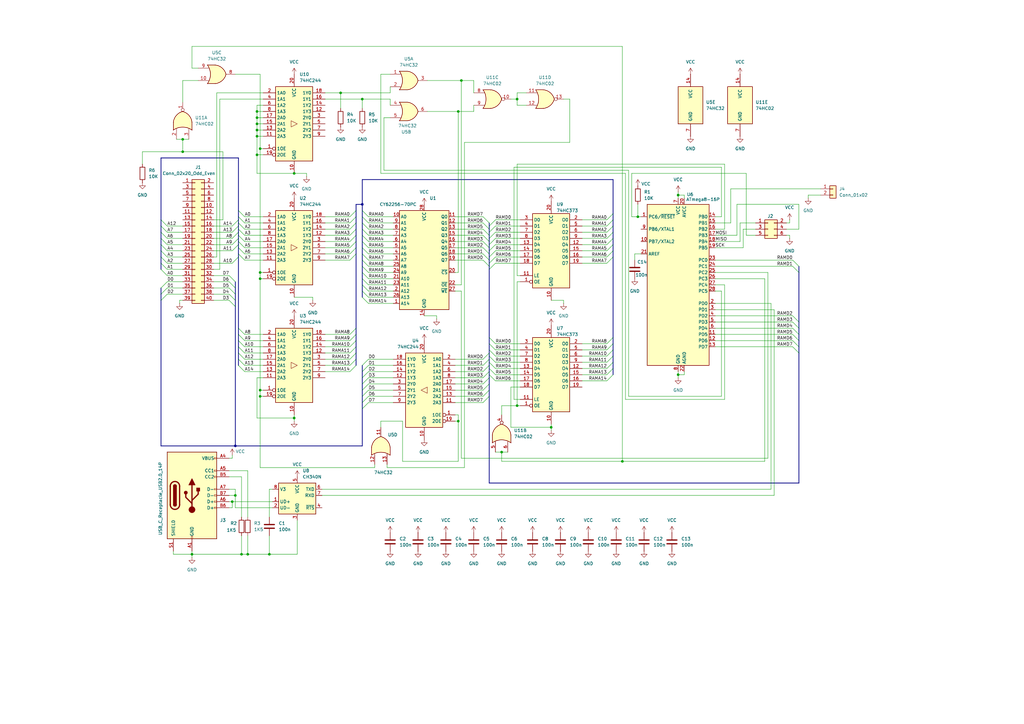
<source format=kicad_sch>
(kicad_sch (version 20231120) (generator "eeschema") (generator_version "8.0")
  (paper "A3")
  (junction (at 105.41 53.34))
  (junction (at 139.7 38.1))
  (junction (at 278.13 80.01))
  (junction (at 189.23 33.02))
  (junction (at 120.65 171.45))
  (junction (at 106.68 160.02))
  (junction (at 110.49 227.33))
  (junction (at 106.68 111.76))
  (junction (at 74.93 57.15))
  (junction (at 187.96 172.72))
  (junction (at 105.41 48.26))
  (junction (at 261.62 88.9))
  (junction (at 105.41 45.72))
  (junction (at 78.74 227.33))
  (junction (at 212.09 40.64))
  (junction (at 120.65 71.12))
  (junction (at 148.59 40.64))
  (junction (at 226.06 175.26))
  (junction (at 105.41 63.5))
  (junction (at 187.96 45.72))
  (junction (at 205.74 185.42))
  (junction (at 95.25 205.74))
  (junction (at 105.41 55.88))
  (junction (at 148.59 83.82))
  (junction (at 105.41 50.8))
  (junction (at 255.27 189.23))
  (junction (at 278.13 153.67))
  (junction (at 106.68 60.96))
  (junction (at 96.52 203.2))
  (junction (at 96.52 182.88))
  (junction (at 101.6 227.33))
  (junction (at 106.68 114.3))
  (junction (at 106.68 162.56))
  (junction (at 99.06 227.33))
  (junction (at 74.93 62.23))
  (junction (at 212.09 166.37))
  (bus_entry (at 146.05 93.98) (size -2.54 2.54))
  (bus_entry (at 200.66 162.56) (size -2.54 2.54))
  (bus_entry (at 148.59 109.22) (size 2.54 2.54))
  (bus_entry (at 148.59 157.48) (size 2.54 -2.54))
  (bus_entry (at 200.66 105.41) (size 2.54 -2.54))
  (bus_entry (at 148.59 152.4) (size 2.54 -2.54))
  (bus_entry (at 146.05 142.24) (size -2.54 2.54))
  (bus_entry (at 148.59 91.44) (size 2.54 2.54))
  (bus_entry (at 148.59 121.92) (size 2.54 2.54))
  (bus_entry (at 200.66 109.22) (size -2.54 -2.54))
  (bus_entry (at 146.05 144.78) (size -2.54 2.54))
  (bus_entry (at 251.46 153.67) (size -2.54 2.54))
  (bus_entry (at 97.79 105.41) (size -2.54 2.54))
  (bus_entry (at 96.52 115.57) (size -2.54 -2.54))
  (bus_entry (at 97.79 96.52) (size 2.54 2.54))
  (bus_entry (at 97.79 134.62) (size 2.54 2.54))
  (bus_entry (at 97.79 101.6) (size 2.54 2.54))
  (bus_entry (at 66.04 107.95) (size 2.54 2.54))
  (bus_entry (at 327.66 144.78) (size -2.54 -2.54))
  (bus_entry (at 66.04 120.65) (size 2.54 -2.54))
  (bus_entry (at 97.79 142.24) (size 2.54 2.54))
  (bus_entry (at 66.04 123.19) (size 2.54 -2.54))
  (bus_entry (at 148.59 162.56) (size 2.54 -2.54))
  (bus_entry (at 251.46 105.41) (size -2.54 2.54))
  (bus_entry (at 251.46 100.33) (size -2.54 2.54))
  (bus_entry (at 200.66 146.05) (size 2.54 2.54))
  (bus_entry (at 148.59 99.06) (size 2.54 2.54))
  (bus_entry (at 148.59 104.14) (size 2.54 2.54))
  (bus_entry (at 200.66 100.33) (size 2.54 -2.54))
  (bus_entry (at 251.46 92.71) (size -2.54 2.54))
  (bus_entry (at 146.05 96.52) (size -2.54 2.54))
  (bus_entry (at 200.66 97.79) (size 2.54 -2.54))
  (bus_entry (at 66.04 90.17) (size 2.54 2.54))
  (bus_entry (at 251.46 151.13) (size -2.54 2.54))
  (bus_entry (at 200.66 160.02) (size -2.54 2.54))
  (bus_entry (at 327.66 132.08) (size -2.54 -2.54))
  (bus_entry (at 96.52 125.73) (size -2.54 -2.54))
  (bus_entry (at 96.52 118.11) (size -2.54 -2.54))
  (bus_entry (at 200.66 154.94) (size -2.54 2.54))
  (bus_entry (at 200.66 138.43) (size 2.54 2.54))
  (bus_entry (at 200.66 151.13) (size 2.54 2.54))
  (bus_entry (at 200.66 144.78) (size -2.54 2.54))
  (bus_entry (at 200.66 157.48) (size -2.54 2.54))
  (bus_entry (at 66.04 110.49) (size 2.54 2.54))
  (bus_entry (at 200.66 110.49) (size 2.54 -2.54))
  (bus_entry (at 200.66 96.52) (size -2.54 -2.54))
  (bus_entry (at 97.79 91.44) (size 2.54 2.54))
  (bus_entry (at 97.79 95.25) (size -2.54 2.54))
  (bus_entry (at 146.05 88.9) (size -2.54 2.54))
  (bus_entry (at 200.66 102.87) (size 2.54 -2.54))
  (bus_entry (at 97.79 147.32) (size 2.54 2.54))
  (bus_entry (at 148.59 114.3) (size 2.54 2.54))
  (bus_entry (at 146.05 139.7) (size -2.54 2.54))
  (bus_entry (at 327.66 109.22) (size -2.54 -2.54))
  (bus_entry (at 148.59 167.64) (size 2.54 -2.54))
  (bus_entry (at 251.46 87.63) (size -2.54 2.54))
  (bus_entry (at 148.59 154.94) (size 2.54 -2.54))
  (bus_entry (at 251.46 95.25) (size -2.54 2.54))
  (bus_entry (at 200.66 148.59) (size 2.54 2.54))
  (bus_entry (at 148.59 111.76) (size 2.54 2.54))
  (bus_entry (at 200.66 104.14) (size -2.54 -2.54))
  (bus_entry (at 327.66 111.76) (size -2.54 -2.54))
  (bus_entry (at 96.52 123.19) (size -2.54 -2.54))
  (bus_entry (at 251.46 140.97) (size -2.54 2.54))
  (bus_entry (at 251.46 143.51) (size -2.54 2.54))
  (bus_entry (at 327.66 134.62) (size -2.54 -2.54))
  (bus_entry (at 148.59 160.02) (size 2.54 -2.54))
  (bus_entry (at 96.52 120.65) (size -2.54 -2.54))
  (bus_entry (at 200.66 153.67) (size 2.54 2.54))
  (bus_entry (at 97.79 100.33) (size -2.54 2.54))
  (bus_entry (at 97.79 92.71) (size -2.54 2.54))
  (bus_entry (at 148.59 86.36) (size 2.54 2.54))
  (bus_entry (at 97.79 97.79) (size -2.54 2.54))
  (bus_entry (at 146.05 91.44) (size -2.54 2.54))
  (bus_entry (at 148.59 149.86) (size 2.54 -2.54))
  (bus_entry (at 97.79 104.14) (size 2.54 2.54))
  (bus_entry (at 66.04 97.79) (size 2.54 2.54))
  (bus_entry (at 251.46 148.59) (size -2.54 2.54))
  (bus_entry (at 200.66 107.95) (size 2.54 -2.54))
  (bus_entry (at 97.79 144.78) (size 2.54 2.54))
  (bus_entry (at 146.05 149.86) (size -2.54 2.54))
  (bus_entry (at 146.05 134.62) (size -2.54 2.54))
  (bus_entry (at 97.79 139.7) (size 2.54 2.54))
  (bus_entry (at 146.05 137.16) (size -2.54 2.54))
  (bus_entry (at 148.59 116.84) (size 2.54 2.54))
  (bus_entry (at 148.59 93.98) (size 2.54 2.54))
  (bus_entry (at 97.79 137.16) (size 2.54 2.54))
  (bus_entry (at 66.04 100.33) (size 2.54 2.54))
  (bus_entry (at 251.46 138.43) (size -2.54 2.54))
  (bus_entry (at 66.04 118.11) (size 2.54 -2.54))
  (bus_entry (at 97.79 93.98) (size 2.54 2.54))
  (bus_entry (at 146.05 104.14) (size -2.54 2.54))
  (bus_entry (at 251.46 97.79) (size -2.54 2.54))
  (bus_entry (at 97.79 149.86) (size 2.54 2.54))
  (bus_entry (at 148.59 106.68) (size 2.54 2.54))
  (bus_entry (at 146.05 147.32) (size -2.54 2.54))
  (bus_entry (at 251.46 90.17) (size -2.54 2.54))
  (bus_entry (at 251.46 102.87) (size -2.54 2.54))
  (bus_entry (at 97.79 99.06) (size 2.54 2.54))
  (bus_entry (at 251.46 146.05) (size -2.54 2.54))
  (bus_entry (at 200.66 101.6) (size -2.54 -2.54))
  (bus_entry (at 200.66 93.98) (size -2.54 -2.54))
  (bus_entry (at 146.05 86.36) (size -2.54 2.54))
  (bus_entry (at 148.59 88.9) (size 2.54 2.54))
  (bus_entry (at 148.59 119.38) (size 2.54 2.54))
  (bus_entry (at 200.66 91.44) (size -2.54 -2.54))
  (bus_entry (at 66.04 92.71) (size 2.54 2.54))
  (bus_entry (at 327.66 137.16) (size -2.54 -2.54))
  (bus_entry (at 97.79 90.17) (size -2.54 2.54))
  (bus_entry (at 200.66 147.32) (size -2.54 2.54))
  (bus_entry (at 66.04 105.41) (size 2.54 2.54))
  (bus_entry (at 146.05 101.6) (size -2.54 2.54))
  (bus_entry (at 200.66 99.06) (size -2.54 -2.54))
  (bus_entry (at 200.66 143.51) (size 2.54 2.54))
  (bus_entry (at 148.59 101.6) (size 2.54 2.54))
  (bus_entry (at 146.05 99.06) (size -2.54 2.54))
  (bus_entry (at 200.66 152.4) (size -2.54 2.54))
  (bus_entry (at 200.66 92.71) (size 2.54 -2.54))
  (bus_entry (at 200.66 140.97) (size 2.54 2.54))
  (bus_entry (at 66.04 95.25) (size 2.54 2.54))
  (bus_entry (at 148.59 96.52) (size 2.54 2.54))
  (bus_entry (at 97.79 86.36) (size 2.54 2.54))
  (bus_entry (at 327.66 142.24) (size -2.54 -2.54))
  (bus_entry (at 200.66 95.25) (size 2.54 -2.54))
  (bus_entry (at 327.66 139.7) (size -2.54 -2.54))
  (bus_entry (at 200.66 106.68) (size -2.54 -2.54))
  (bus_entry (at 200.66 149.86) (size -2.54 2.54))
  (bus_entry (at 66.04 102.87) (size 2.54 2.54))
  (bus_entry (at 97.79 88.9) (size 2.54 2.54))
  (bus_entry (at 148.59 165.1) (size 2.54 -2.54))
  (wire (pts (xy 78.74 27.94) (xy 81.28 27.94)))
  (wire (pts (xy 73.66 123.19) (xy 73.66 124.46)))
  (wire (pts (xy 101.6 227.33) (xy 101.6 219.71)))
  (wire (pts (xy 74.93 62.23) (xy 58.42 62.23)))
  (wire (pts (xy 96.52 30.48) (xy 106.68 30.48)))
  (wire (pts (xy 212.09 115.57) (xy 212.09 166.37)))
  (bus (pts (xy 96.52 182.88) (xy 66.04 182.88)))
  (wire (pts (xy 128.27 121.92) (xy 120.65 121.92)))
  (wire (pts (xy 151.13 99.06) (xy 161.29 99.06)))
  (wire (pts (xy 105.41 45.72) (xy 107.95 45.72)))
  (bus (pts (xy 66.04 123.19) (xy 66.04 182.88)))
  (wire (pts (xy 120.65 170.18) (xy 120.65 171.45)))
  (wire (pts (xy 151.13 154.94) (xy 161.29 154.94)))
  (wire (pts (xy 139.7 38.1) (xy 139.7 44.45)))
  (wire (pts (xy 322.58 91.44) (xy 323.85 91.44)))
  (wire (pts (xy 139.7 38.1) (xy 160.02 38.1)))
  (wire (pts (xy 295.91 162.56) (xy 257.81 162.56)))
  (wire (pts (xy 303.53 99.06) (xy 303.53 91.44)))
  (wire (pts (xy 203.2 102.87) (xy 213.36 102.87)))
  (bus (pts (xy 200.66 95.25) (xy 200.66 96.52)))
  (wire (pts (xy 209.55 40.64) (xy 212.09 40.64)))
  (wire (pts (xy 105.41 43.18) (xy 105.41 45.72)))
  (wire (pts (xy 88.9 105.41) (xy 88.9 38.1)))
  (wire (pts (xy 151.13 109.22) (xy 161.29 109.22)))
  (bus (pts (xy 66.04 105.41) (xy 66.04 107.95)))
  (bus (pts (xy 96.52 120.65) (xy 96.52 123.19)))
  (wire (pts (xy 91.44 62.23) (xy 91.44 90.17)))
  (bus (pts (xy 200.66 149.86) (xy 200.66 151.13)))
  (bus (pts (xy 200.66 162.56) (xy 200.66 160.02)))
  (wire (pts (xy 231.14 40.64) (xy 233.68 40.64)))
  (bus (pts (xy 66.04 64.77) (xy 66.04 90.17)))
  (wire (pts (xy 248.92 148.59) (xy 238.76 148.59)))
  (wire (pts (xy 107.95 114.3) (xy 106.68 114.3)))
  (wire (pts (xy 133.35 88.9) (xy 143.51 88.9)))
  (bus (pts (xy 200.66 152.4) (xy 200.66 151.13)))
  (wire (pts (xy 179.07 130.81) (xy 179.07 129.54)))
  (wire (pts (xy 151.13 162.56) (xy 161.29 162.56)))
  (wire (pts (xy 302.26 83.82) (xy 327.66 83.82)))
  (wire (pts (xy 106.68 162.56) (xy 107.95 162.56)))
  (wire (pts (xy 111.76 208.28) (xy 96.52 208.28)))
  (wire (pts (xy 297.18 93.98) (xy 293.37 93.98)))
  (wire (pts (xy 262.89 104.14) (xy 260.35 104.14)))
  (wire (pts (xy 151.13 104.14) (xy 161.29 104.14)))
  (wire (pts (xy 158.75 191.77) (xy 190.5 191.77)))
  (wire (pts (xy 248.92 151.13) (xy 238.76 151.13)))
  (wire (pts (xy 186.69 154.94) (xy 198.12 154.94)))
  (wire (pts (xy 186.69 91.44) (xy 198.12 91.44)))
  (wire (pts (xy 187.96 111.76) (xy 186.69 111.76)))
  (wire (pts (xy 293.37 106.68) (xy 325.12 106.68)))
  (wire (pts (xy 299.72 91.44) (xy 299.72 77.47)))
  (wire (pts (xy 186.69 152.4) (xy 198.12 152.4)))
  (wire (pts (xy 95.25 208.28) (xy 95.25 205.74)))
  (bus (pts (xy 200.66 91.44) (xy 200.66 92.71)))
  (wire (pts (xy 151.13 121.92) (xy 161.29 121.92)))
  (wire (pts (xy 68.58 113.03) (xy 74.93 113.03)))
  (wire (pts (xy 143.51 142.24) (xy 133.35 142.24)))
  (wire (pts (xy 100.33 93.98) (xy 107.95 93.98)))
  (wire (pts (xy 238.76 92.71) (xy 248.92 92.71)))
  (bus (pts (xy 97.79 64.77) (xy 66.04 64.77)))
  (bus (pts (xy 200.66 160.02) (xy 200.66 157.48)))
  (wire (pts (xy 105.41 50.8) (xy 105.41 53.34)))
  (wire (pts (xy 93.98 208.28) (xy 95.25 208.28)))
  (bus (pts (xy 148.59 165.1) (xy 148.59 167.64)))
  (bus (pts (xy 200.66 143.51) (xy 200.66 144.78)))
  (bus (pts (xy 327.66 109.22) (xy 327.66 111.76)))
  (bus (pts (xy 148.59 93.98) (xy 148.59 91.44)))
  (bus (pts (xy 97.79 137.16) (xy 97.79 139.7)))
  (bus (pts (xy 97.79 64.77) (xy 97.79 86.36)))
  (wire (pts (xy 151.13 91.44) (xy 161.29 91.44)))
  (bus (pts (xy 66.04 107.95) (xy 66.04 110.49)))
  (wire (pts (xy 88.9 38.1) (xy 107.95 38.1)))
  (wire (pts (xy 209.55 175.26) (xy 209.55 158.75)))
  (bus (pts (xy 200.66 99.06) (xy 200.66 100.33)))
  (bus (pts (xy 97.79 93.98) (xy 97.79 95.25)))
  (wire (pts (xy 68.58 92.71) (xy 74.93 92.71)))
  (wire (pts (xy 148.59 40.64) (xy 148.59 44.45)))
  (wire (pts (xy 87.63 107.95) (xy 95.25 107.95)))
  (bus (pts (xy 148.59 109.22) (xy 148.59 106.68)))
  (wire (pts (xy 74.93 57.15) (xy 77.47 57.15)))
  (wire (pts (xy 81.28 33.02) (xy 74.93 33.02)))
  (wire (pts (xy 100.33 91.44) (xy 107.95 91.44)))
  (bus (pts (xy 97.79 99.06) (xy 97.79 100.33)))
  (wire (pts (xy 105.41 43.18) (xy 107.95 43.18)))
  (wire (pts (xy 295.91 119.38) (xy 295.91 162.56)))
  (wire (pts (xy 160.02 48.26) (xy 157.48 48.26)))
  (wire (pts (xy 233.68 40.64) (xy 233.68 58.42)))
  (wire (pts (xy 148.59 40.64) (xy 160.02 40.64)))
  (wire (pts (xy 257.81 69.85) (xy 157.48 69.85)))
  (wire (pts (xy 133.35 96.52) (xy 143.51 96.52)))
  (wire (pts (xy 151.13 101.6) (xy 161.29 101.6)))
  (bus (pts (xy 251.46 105.41) (xy 251.46 138.43)))
  (wire (pts (xy 100.33 137.16) (xy 107.95 137.16)))
  (bus (pts (xy 327.66 142.24) (xy 327.66 144.78)))
  (wire (pts (xy 293.37 139.7) (xy 325.12 139.7)))
  (wire (pts (xy 186.69 157.48) (xy 198.12 157.48)))
  (wire (pts (xy 105.41 55.88) (xy 107.95 55.88)))
  (wire (pts (xy 313.69 114.3) (xy 293.37 114.3)))
  (bus (pts (xy 251.46 90.17) (xy 251.46 92.71)))
  (wire (pts (xy 295.91 88.9) (xy 293.37 88.9)))
  (wire (pts (xy 90.17 40.64) (xy 107.95 40.64)))
  (bus (pts (xy 200.66 148.59) (xy 200.66 149.86)))
  (wire (pts (xy 68.58 115.57) (xy 74.93 115.57)))
  (wire (pts (xy 133.35 104.14) (xy 143.51 104.14)))
  (wire (pts (xy 189.23 33.02) (xy 194.31 33.02)))
  (wire (pts (xy 87.63 120.65) (xy 93.98 120.65)))
  (wire (pts (xy 304.8 93.98) (xy 309.88 93.98)))
  (wire (pts (xy 203.2 105.41) (xy 213.36 105.41)))
  (bus (pts (xy 96.52 115.57) (xy 96.52 118.11)))
  (wire (pts (xy 205.74 166.37) (xy 212.09 166.37)))
  (bus (pts (xy 251.46 100.33) (xy 251.46 102.87)))
  (bus (pts (xy 97.79 86.36) (xy 97.79 88.9)))
  (wire (pts (xy 293.37 137.16) (xy 325.12 137.16)))
  (wire (pts (xy 203.2 148.59) (xy 213.36 148.59)))
  (wire (pts (xy 143.51 152.4) (xy 133.35 152.4)))
  (bus (pts (xy 251.46 95.25) (xy 251.46 97.79)))
  (wire (pts (xy 210.82 68.58) (xy 210.82 163.83)))
  (bus (pts (xy 251.46 151.13) (xy 251.46 153.67)))
  (wire (pts (xy 293.37 91.44) (xy 299.72 91.44)))
  (bus (pts (xy 251.46 102.87) (xy 251.46 105.41)))
  (wire (pts (xy 87.63 118.11) (xy 93.98 118.11)))
  (wire (pts (xy 226.06 123.19) (xy 231.14 123.19)))
  (wire (pts (xy 186.69 104.14) (xy 198.12 104.14)))
  (wire (pts (xy 100.33 88.9) (xy 107.95 88.9)))
  (wire (pts (xy 248.92 140.97) (xy 238.76 140.97)))
  (bus (pts (xy 97.79 139.7) (xy 97.79 142.24)))
  (wire (pts (xy 143.51 106.68) (xy 133.35 106.68)))
  (wire (pts (xy 203.2 97.79) (xy 213.36 97.79)))
  (bus (pts (xy 327.66 111.76) (xy 327.66 132.08)))
  (wire (pts (xy 105.41 45.72) (xy 105.41 48.26)))
  (bus (pts (xy 148.59 149.86) (xy 148.59 152.4)))
  (bus (pts (xy 146.05 144.78) (xy 146.05 142.24)))
  (wire (pts (xy 205.74 189.23) (xy 255.27 189.23)))
  (wire (pts (xy 68.58 105.41) (xy 74.93 105.41)))
  (wire (pts (xy 226.06 176.53) (xy 226.06 175.26)))
  (bus (pts (xy 96.52 123.19) (xy 96.52 125.73)))
  (wire (pts (xy 165.1 172.72) (xy 165.1 189.23)))
  (wire (pts (xy 106.68 111.76) (xy 107.95 111.76)))
  (bus (pts (xy 148.59 162.56) (xy 148.59 165.1)))
  (wire (pts (xy 304.8 101.6) (xy 304.8 93.98)))
  (wire (pts (xy 209.55 158.75) (xy 213.36 158.75)))
  (bus (pts (xy 96.52 118.11) (xy 96.52 120.65)))
  (wire (pts (xy 278.13 80.01) (xy 278.13 81.28)))
  (wire (pts (xy 151.13 116.84) (xy 161.29 116.84)))
  (wire (pts (xy 331.47 80.01) (xy 331.47 81.28)))
  (wire (pts (xy 280.67 153.67) (xy 278.13 153.67)))
  (wire (pts (xy 203.2 151.13) (xy 213.36 151.13)))
  (bus (pts (xy 148.59 152.4) (xy 148.59 154.94)))
  (wire (pts (xy 259.08 88.9) (xy 259.08 71.12)))
  (wire (pts (xy 151.13 111.76) (xy 161.29 111.76)))
  (wire (pts (xy 68.58 97.79) (xy 74.93 97.79)))
  (bus (pts (xy 146.05 147.32) (xy 146.05 149.86)))
  (wire (pts (xy 203.2 140.97) (xy 213.36 140.97)))
  (wire (pts (xy 257.81 162.56) (xy 257.81 69.85)))
  (bus (pts (xy 327.66 139.7) (xy 327.66 142.24)))
  (wire (pts (xy 203.2 185.42) (xy 205.74 185.42)))
  (bus (pts (xy 200.66 152.4) (xy 200.66 153.67)))
  (wire (pts (xy 78.74 227.33) (xy 99.06 227.33)))
  (wire (pts (xy 203.2 90.17) (xy 213.36 90.17)))
  (wire (pts (xy 190.5 58.42) (xy 190.5 191.77)))
  (wire (pts (xy 96.52 208.28) (xy 96.52 203.2)))
  (wire (pts (xy 68.58 120.65) (xy 74.93 120.65)))
  (wire (pts (xy 100.33 96.52) (xy 107.95 96.52)))
  (bus (pts (xy 251.46 97.79) (xy 251.46 100.33)))
  (wire (pts (xy 293.37 134.62) (xy 325.12 134.62)))
  (bus (pts (xy 97.79 92.71) (xy 97.79 93.98)))
  (wire (pts (xy 261.62 83.82) (xy 261.62 88.9)))
  (bus (pts (xy 97.79 97.79) (xy 97.79 99.06)))
  (wire (pts (xy 78.74 227.33) (xy 71.12 227.33)))
  (wire (pts (xy 106.68 60.96) (xy 106.68 111.76)))
  (wire (pts (xy 74.93 33.02) (xy 74.93 41.91)))
  (wire (pts (xy 212.09 113.03) (xy 212.09 67.31)))
  (wire (pts (xy 133.35 38.1) (xy 139.7 38.1)))
  (wire (pts (xy 100.33 149.86) (xy 107.95 149.86)))
  (bus (pts (xy 251.46 143.51) (xy 251.46 140.97)))
  (wire (pts (xy 203.2 95.25) (xy 213.36 95.25)))
  (bus (pts (xy 146.05 142.24) (xy 146.05 139.7)))
  (wire (pts (xy 90.17 110.49) (xy 90.17 40.64)))
  (wire (pts (xy 151.13 160.02) (xy 161.29 160.02)))
  (bus (pts (xy 148.59 116.84) (xy 148.59 114.3)))
  (bus (pts (xy 148.59 182.88) (xy 96.52 182.88)))
  (wire (pts (xy 314.96 187.96) (xy 314.96 111.76)))
  (bus (pts (xy 148.59 86.36) (xy 148.59 83.82)))
  (wire (pts (xy 186.69 119.38) (xy 189.23 119.38)))
  (wire (pts (xy 280.67 152.4) (xy 280.67 153.67)))
  (wire (pts (xy 186.69 93.98) (xy 198.12 93.98)))
  (wire (pts (xy 99.06 227.33) (xy 101.6 227.33)))
  (wire (pts (xy 133.35 40.64) (xy 148.59 40.64)))
  (wire (pts (xy 189.23 116.84) (xy 186.69 116.84)))
  (wire (pts (xy 105.41 71.12) (xy 105.41 63.5)))
  (bus (pts (xy 146.05 96.52) (xy 146.05 99.06)))
  (wire (pts (xy 101.6 193.04) (xy 101.6 212.09)))
  (wire (pts (xy 157.48 69.85) (xy 157.48 48.26)))
  (bus (pts (xy 148.59 154.94) (xy 148.59 157.48)))
  (wire (pts (xy 68.58 100.33) (xy 74.93 100.33)))
  (wire (pts (xy 110.49 227.33) (xy 121.92 227.33)))
  (wire (pts (xy 100.33 101.6) (xy 107.95 101.6)))
  (wire (pts (xy 105.41 50.8) (xy 107.95 50.8)))
  (wire (pts (xy 313.69 189.23) (xy 313.69 114.3)))
  (bus (pts (xy 148.59 167.64) (xy 148.59 182.88)))
  (wire (pts (xy 302.26 96.52) (xy 302.26 83.82)))
  (bus (pts (xy 97.79 95.25) (xy 97.79 96.52)))
  (wire (pts (xy 212.09 166.37) (xy 213.36 166.37)))
  (wire (pts (xy 143.51 139.7) (xy 133.35 139.7)))
  (bus (pts (xy 146.05 139.7) (xy 146.05 137.16)))
  (wire (pts (xy 71.12 226.06) (xy 71.12 227.33)))
  (bus (pts (xy 251.46 140.97) (xy 251.46 138.43)))
  (wire (pts (xy 233.68 58.42) (xy 190.5 58.42)))
  (wire (pts (xy 187.96 172.72) (xy 187.96 170.18)))
  (wire (pts (xy 215.9 43.18) (xy 212.09 43.18)))
  (bus (pts (xy 97.79 96.52) (xy 97.79 97.79)))
  (wire (pts (xy 74.93 123.19) (xy 73.66 123.19)))
  (wire (pts (xy 293.37 116.84) (xy 297.18 116.84)))
  (wire (pts (xy 156.21 71.12) (xy 156.21 30.48)))
  (wire (pts (xy 120.65 171.45) (xy 120.65 172.72)))
  (bus (pts (xy 148.59 91.44) (xy 148.59 88.9)))
  (wire (pts (xy 256.54 71.12) (xy 156.21 71.12)))
  (wire (pts (xy 151.13 88.9) (xy 161.29 88.9)))
  (wire (pts (xy 248.92 107.95) (xy 238.76 107.95)))
  (wire (pts (xy 323.85 91.44) (xy 323.85 90.17)))
  (bus (pts (xy 146.05 88.9) (xy 146.05 91.44)))
  (wire (pts (xy 78.74 226.06) (xy 78.74 227.33)))
  (wire (pts (xy 125.73 71.12) (xy 120.65 71.12)))
  (bus (pts (xy 146.05 147.32) (xy 146.05 144.78)))
  (wire (pts (xy 189.23 33.02) (xy 189.23 116.84)))
  (wire (pts (xy 133.35 91.44) (xy 143.51 91.44)))
  (bus (pts (xy 97.79 134.62) (xy 97.79 137.16)))
  (wire (pts (xy 186.69 147.32) (xy 198.12 147.32)))
  (wire (pts (xy 156.21 175.26) (xy 156.21 172.72)))
  (wire (pts (xy 100.33 147.32) (xy 107.95 147.32)))
  (wire (pts (xy 238.76 105.41) (xy 248.92 105.41)))
  (bus (pts (xy 251.46 73.66) (xy 251.46 87.63)))
  (bus (pts (xy 146.05 86.36) (xy 146.05 83.82)))
  (wire (pts (xy 165.1 189.23) (xy 187.96 189.23)))
  (wire (pts (xy 105.41 154.94) (xy 107.95 154.94)))
  (wire (pts (xy 106.68 191.77) (xy 153.67 191.77)))
  (bus (pts (xy 97.79 142.24) (xy 97.79 144.78)))
  (wire (pts (xy 259.08 71.12) (xy 306.07 71.12)))
  (bus (pts (xy 148.59 157.48) (xy 148.59 160.02)))
  (bus (pts (xy 251.46 92.71) (xy 251.46 95.25)))
  (wire (pts (xy 120.65 71.12) (xy 105.41 71.12)))
  (bus (pts (xy 146.05 91.44) (xy 146.05 93.98)))
  (wire (pts (xy 105.41 48.26) (xy 107.95 48.26)))
  (wire (pts (xy 105.41 55.88) (xy 105.41 63.5)))
  (wire (pts (xy 93.98 203.2) (xy 96.52 203.2)))
  (wire (pts (xy 143.51 144.78) (xy 133.35 144.78)))
  (wire (pts (xy 68.58 107.95) (xy 74.93 107.95)))
  (wire (pts (xy 160.02 38.1) (xy 160.02 35.56)))
  (wire (pts (xy 210.82 163.83) (xy 213.36 163.83)))
  (wire (pts (xy 100.33 99.06) (xy 107.95 99.06)))
  (wire (pts (xy 68.58 118.11) (xy 74.93 118.11)))
  (wire (pts (xy 156.21 172.72) (xy 165.1 172.72)))
  (wire (pts (xy 293.37 101.6) (xy 304.8 101.6)))
  (wire (pts (xy 261.62 88.9) (xy 259.08 88.9)))
  (wire (pts (xy 95.25 187.96) (xy 93.98 187.96)))
  (bus (pts (xy 148.59 106.68) (xy 148.59 104.14)))
  (wire (pts (xy 293.37 132.08) (xy 325.12 132.08)))
  (wire (pts (xy 74.93 62.23) (xy 91.44 62.23)))
  (wire (pts (xy 203.2 143.51) (xy 213.36 143.51)))
  (wire (pts (xy 303.53 91.44) (xy 309.88 91.44)))
  (bus (pts (xy 97.79 91.44) (xy 97.79 92.71)))
  (wire (pts (xy 186.69 106.68) (xy 198.12 106.68)))
  (wire (pts (xy 110.49 219.71) (xy 110.49 227.33)))
  (wire (pts (xy 106.68 162.56) (xy 106.68 191.77)))
  (wire (pts (xy 226.06 175.26) (xy 209.55 175.26)))
  (wire (pts (xy 256.54 163.83) (xy 256.54 71.12)))
  (wire (pts (xy 297.18 163.83) (xy 256.54 163.83)))
  (wire (pts (xy 151.13 114.3) (xy 161.29 114.3)))
  (wire (pts (xy 212.09 38.1) (xy 215.9 38.1)))
  (wire (pts (xy 299.72 77.47) (xy 336.55 77.47)))
  (wire (pts (xy 212.09 40.64) (xy 212.09 38.1)))
  (wire (pts (xy 317.5 127) (xy 317.5 203.2)))
  (bus (pts (xy 66.04 92.71) (xy 66.04 95.25)))
  (bus (pts (xy 200.66 106.68) (xy 200.66 107.95)))
  (wire (pts (xy 187.96 189.23) (xy 187.96 172.72)))
  (wire (pts (xy 160.02 40.64) (xy 160.02 43.18)))
  (wire (pts (xy 187.96 45.72) (xy 194.31 45.72)))
  (wire (pts (xy 110.49 200.66) (xy 111.76 200.66)))
  (wire (pts (xy 153.67 191.77) (xy 153.67 190.5)))
  (wire (pts (xy 280.67 80.01) (xy 280.67 81.28)))
  (bus (pts (xy 200.66 110.49) (xy 200.66 138.43)))
  (wire (pts (xy 316.23 200.66) (xy 132.08 200.66)))
  (bus (pts (xy 146.05 86.36) (xy 146.05 88.9)))
  (wire (pts (xy 96.52 203.2) (xy 96.52 200.66)))
  (wire (pts (xy 186.69 96.52) (xy 198.12 96.52)))
  (wire (pts (xy 260.35 104.14) (xy 260.35 106.68)))
  (wire (pts (xy 186.69 99.06) (xy 198.12 99.06)))
  (wire (pts (xy 238.76 90.17) (xy 248.92 90.17)))
  (bus (pts (xy 148.59 104.14) (xy 148.59 101.6)))
  (bus (pts (xy 200.66 107.95) (xy 200.66 109.22)))
  (wire (pts (xy 100.33 139.7) (xy 107.95 139.7)))
  (bus (pts (xy 200.66 154.94) (xy 200.66 157.48)))
  (wire (pts (xy 205.74 185.42) (xy 205.74 189.23)))
  (wire (pts (xy 238.76 102.87) (xy 248.92 102.87)))
  (wire (pts (xy 100.33 152.4) (xy 107.95 152.4)))
  (wire (pts (xy 278.13 80.01) (xy 280.67 80.01)))
  (wire (pts (xy 121.92 227.33) (xy 121.92 213.36)))
  (wire (pts (xy 293.37 124.46) (xy 316.23 124.46)))
  (wire (pts (xy 107.95 60.96) (xy 106.68 60.96)))
  (wire (pts (xy 99.06 227.33) (xy 99.06 219.71)))
  (wire (pts (xy 238.76 100.33) (xy 248.92 100.33)))
  (wire (pts (xy 105.41 48.26) (xy 105.41 50.8)))
  (wire (pts (xy 95.25 205.74) (xy 111.76 205.74)))
  (wire (pts (xy 175.26 45.72) (xy 187.96 45.72)))
  (wire (pts (xy 186.69 101.6) (xy 198.12 101.6)))
  (wire (pts (xy 306.07 71.12) (xy 306.07 96.52)))
  (wire (pts (xy 323.85 97.79) (xy 323.85 96.52)))
  (wire (pts (xy 213.36 113.03) (xy 212.09 113.03)))
  (wire (pts (xy 106.68 114.3) (xy 106.68 111.76)))
  (wire (pts (xy 297.18 116.84) (xy 297.18 163.83)))
  (bus (pts (xy 66.04 95.25) (xy 66.04 97.79)))
  (wire (pts (xy 248.92 156.21) (xy 238.76 156.21)))
  (wire (pts (xy 72.39 57.15) (xy 74.93 57.15)))
  (bus (pts (xy 251.46 87.63) (xy 251.46 90.17)))
  (bus (pts (xy 66.04 100.33) (xy 66.04 102.87)))
  (wire (pts (xy 87.63 102.87) (xy 95.25 102.87)))
  (bus (pts (xy 97.79 147.32) (xy 97.79 149.86)))
  (wire (pts (xy 255.27 189.23) (xy 313.69 189.23)))
  (bus (pts (xy 97.79 105.41) (xy 97.79 134.62)))
  (bus (pts (xy 97.79 104.14) (xy 97.79 105.41)))
  (bus (pts (xy 66.04 97.79) (xy 66.04 100.33)))
  (bus (pts (xy 97.79 100.33) (xy 97.79 101.6)))
  (bus (pts (xy 148.59 83.82) (xy 148.59 73.66)))
  (wire (pts (xy 151.13 165.1) (xy 161.29 165.1)))
  (wire (pts (xy 323.85 96.52) (xy 322.58 96.52)))
  (wire (pts (xy 105.41 171.45) (xy 105.41 154.94)))
  (wire (pts (xy 210.82 68.58) (xy 295.91 68.58)))
  (wire (pts (xy 327.66 83.82) (xy 327.66 93.98)))
  (bus (pts (xy 327.66 144.78) (xy 327.66 198.12)))
  (wire (pts (xy 151.13 119.38) (xy 161.29 119.38)))
  (wire (pts (xy 306.07 96.52) (xy 309.88 96.52)))
  (wire (pts (xy 106.68 30.48) (xy 106.68 60.96)))
  (wire (pts (xy 186.69 88.9) (xy 198.12 88.9)))
  (wire (pts (xy 278.13 78.74) (xy 278.13 80.01)))
  (wire (pts (xy 186.69 149.86) (xy 198.12 149.86)))
  (bus (pts (xy 200.66 105.41) (xy 200.66 106.68)))
  (bus (pts (xy 200.66 100.33) (xy 200.66 101.6)))
  (wire (pts (xy 213.36 115.57) (xy 212.09 115.57)))
  (wire (pts (xy 151.13 124.46) (xy 161.29 124.46)))
  (wire (pts (xy 212.09 43.18) (xy 212.09 40.64)))
  (bus (pts (xy 148.59 160.02) (xy 148.59 162.56)))
  (wire (pts (xy 106.68 160.02) (xy 106.68 162.56)))
  (wire (pts (xy 175.26 33.02) (xy 189.23 33.02)))
  (bus (pts (xy 251.46 148.59) (xy 251.46 146.05)))
  (wire (pts (xy 186.69 165.1) (xy 198.12 165.1)))
  (bus (pts (xy 97.79 144.78) (xy 97.79 147.32)))
  (wire (pts (xy 93.98 193.04) (xy 101.6 193.04)))
  (wire (pts (xy 120.65 171.45) (xy 105.41 171.45)))
  (wire (pts (xy 205.74 185.42) (xy 208.28 185.42)))
  (wire (pts (xy 100.33 144.78) (xy 107.95 144.78)))
  (bus (pts (xy 200.66 97.79) (xy 200.66 99.06)))
  (wire (pts (xy 91.44 90.17) (xy 87.63 90.17)))
  (bus (pts (xy 148.59 99.06) (xy 148.59 96.52)))
  (bus (pts (xy 146.05 104.14) (xy 146.05 134.62)))
  (bus (pts (xy 66.04 90.17) (xy 66.04 92.71)))
  (wire (pts (xy 293.37 142.24) (xy 325.12 142.24)))
  (wire (pts (xy 194.31 33.02) (xy 194.31 38.1)))
  (wire (pts (xy 100.33 106.68) (xy 107.95 106.68)))
  (bus (pts (xy 148.59 88.9) (xy 148.59 86.36)))
  (wire (pts (xy 151.13 157.48) (xy 161.29 157.48)))
  (wire (pts (xy 203.2 107.95) (xy 213.36 107.95)))
  (wire (pts (xy 87.63 95.25) (xy 95.25 95.25)))
  (wire (pts (xy 327.66 93.98) (xy 322.58 93.98)))
  (bus (pts (xy 200.66 153.67) (xy 200.66 154.94)))
  (bus (pts (xy 200.66 101.6) (xy 200.66 102.87)))
  (wire (pts (xy 100.33 104.14) (xy 107.95 104.14)))
  (wire (pts (xy 101.6 227.33) (xy 110.49 227.33)))
  (bus (pts (xy 66.04 120.65) (xy 66.04 123.19)))
  (wire (pts (xy 293.37 96.52) (xy 302.26 96.52)))
  (wire (pts (xy 105.41 63.5) (xy 107.95 63.5)))
  (bus (pts (xy 146.05 137.16) (xy 146.05 134.62)))
  (wire (pts (xy 293.37 129.54) (xy 325.12 129.54)))
  (wire (pts (xy 248.92 143.51) (xy 238.76 143.51)))
  (bus (pts (xy 200.66 96.52) (xy 200.66 97.79)))
  (wire (pts (xy 125.73 72.39) (xy 125.73 71.12)))
  (wire (pts (xy 87.63 113.03) (xy 93.98 113.03)))
  (bus (pts (xy 200.66 146.05) (xy 200.66 147.32)))
  (wire (pts (xy 203.2 153.67) (xy 213.36 153.67)))
  (wire (pts (xy 68.58 102.87) (xy 74.93 102.87)))
  (bus (pts (xy 97.79 101.6) (xy 97.79 104.14)))
  (wire (pts (xy 95.25 186.69) (xy 95.25 187.96)))
  (wire (pts (xy 151.13 93.98) (xy 161.29 93.98)))
  (bus (pts (xy 327.66 134.62) (xy 327.66 137.16)))
  (wire (pts (xy 203.2 92.71) (xy 213.36 92.71)))
  (wire (pts (xy 87.63 115.57) (xy 93.98 115.57)))
  (wire (pts (xy 87.63 100.33) (xy 95.25 100.33)))
  (wire (pts (xy 186.69 160.02) (xy 198.12 160.02)))
  (wire (pts (xy 128.27 123.19) (xy 128.27 121.92)))
  (wire (pts (xy 212.09 67.31) (xy 297.18 67.31)))
  (wire (pts (xy 93.98 205.74) (xy 95.25 205.74)))
  (bus (pts (xy 327.66 137.16) (xy 327.66 139.7)))
  (bus (pts (xy 97.79 90.17) (xy 97.79 91.44)))
  (bus (pts (xy 146.05 83.82) (xy 148.59 83.82)))
  (wire (pts (xy 293.37 119.38) (xy 295.91 119.38)))
  (wire (pts (xy 336.55 80.01) (xy 331.47 80.01)))
  (bus (pts (xy 200.66 148.59) (xy 200.66 147.32)))
  (wire (pts (xy 143.51 149.86) (xy 133.35 149.86)))
  (bus (pts (xy 200.66 109.22) (xy 200.66 110.49)))
  (wire (pts (xy 151.13 147.32) (xy 161.29 147.32)))
  (wire (pts (xy 93.98 195.58) (xy 99.06 195.58)))
  (wire (pts (xy 293.37 127) (xy 317.5 127)))
  (wire (pts (xy 87.63 123.19) (xy 93.98 123.19)))
  (bus (pts (xy 66.04 118.11) (xy 66.04 120.65)))
  (wire (pts (xy 133.35 99.06) (xy 143.51 99.06)))
  (wire (pts (xy 156.21 30.48) (xy 160.02 30.48)))
  (wire (pts (xy 87.63 92.71) (xy 95.25 92.71)))
  (wire (pts (xy 78.74 19.05) (xy 78.74 27.94)))
  (wire (pts (xy 58.42 62.23) (xy 58.42 67.31)))
  (wire (pts (xy 96.52 200.66) (xy 93.98 200.66)))
  (wire (pts (xy 231.14 123.19) (xy 231.14 124.46)))
  (bus (pts (xy 146.05 101.6) (xy 146.05 104.14)))
  (bus (pts (xy 200.66 93.98) (xy 200.66 95.25)))
  (bus (pts (xy 200.66 102.87) (xy 200.66 104.14)))
  (wire (pts (xy 133.35 101.6) (xy 143.51 101.6)))
  (wire (pts (xy 297.18 67.31) (xy 297.18 93.98)))
  (wire (pts (xy 203.2 156.21) (xy 213.36 156.21)))
  (bus (pts (xy 146.05 99.06) (xy 146.05 101.6)))
  (wire (pts (xy 87.63 97.79) (xy 95.25 97.79)))
  (bus (pts (xy 200.66 143.51) (xy 200.66 140.97)))
  (wire (pts (xy 186.69 162.56) (xy 198.12 162.56)))
  (wire (pts (xy 87.63 105.41) (xy 88.9 105.41)))
  (wire (pts (xy 316.23 124.46) (xy 316.23 200.66)))
  (bus (pts (xy 66.04 102.87) (xy 66.04 105.41)))
  (wire (pts (xy 226.06 175.26) (xy 226.06 173.99)))
  (wire (pts (xy 151.13 149.86) (xy 161.29 149.86)))
  (wire (pts (xy 100.33 142.24) (xy 107.95 142.24)))
  (wire (pts (xy 187.96 170.18) (xy 186.69 170.18)))
  (wire (pts (xy 314.96 111.76) (xy 293.37 111.76)))
  (wire (pts (xy 99.06 195.58) (xy 99.06 212.09)))
  (wire (pts (xy 238.76 97.79) (xy 248.92 97.79)))
  (bus (pts (xy 200.66 92.71) (xy 200.66 93.98)))
  (bus (pts (xy 148.59 111.76) (xy 148.59 109.22)))
  (wire (pts (xy 143.51 147.32) (xy 133.35 147.32)))
  (bus (pts (xy 148.59 101.6) (xy 148.59 99.06)))
  (wire (pts (xy 158.75 191.77) (xy 158.75 190.5)))
  (wire (pts (xy 105.41 53.34) (xy 105.41 55.88)))
  (wire (pts (xy 78.74 227.33) (xy 78.74 228.6)))
  (wire (pts (xy 189.23 187.96) (xy 314.96 187.96)))
  (wire (pts (xy 293.37 99.06) (xy 303.53 99.06)))
  (bus (pts (xy 200.66 198.12) (xy 327.66 198.12)))
  (bus (pts (xy 200.66 104.14) (xy 200.66 105.41)))
  (bus (pts (xy 327.66 132.08) (xy 327.66 134.62)))
  (wire (pts (xy 262.89 88.9) (xy 261.62 88.9)))
  (wire (pts (xy 293.37 109.22) (xy 325.12 109.22)))
  (bus (pts (xy 146.05 93.98) (xy 146.05 96.52)))
  (wire (pts (xy 68.58 110.49) (xy 74.93 110.49)))
  (wire (pts (xy 278.13 152.4) (xy 278.13 153.67)))
  (wire (pts (xy 295.91 68.58) (xy 295.91 88.9)))
  (wire (pts (xy 203.2 100.33) (xy 213.36 100.33)))
  (wire (pts (xy 151.13 106.68) (xy 161.29 106.68)))
  (wire (pts (xy 106.68 160.02) (xy 107.95 160.02)))
  (bus (pts (xy 200.66 140.97) (xy 200.66 138.43)))
  (wire (pts (xy 203.2 146.05) (xy 213.36 146.05)))
  (wire (pts (xy 187.96 45.72) (xy 187.96 111.76)))
  (wire (pts (xy 106.68 114.3) (xy 106.68 160.02)))
  (wire (pts (xy 255.27 19.05) (xy 78.74 19.05)))
  (wire (pts (xy 105.41 53.34) (xy 107.95 53.34)))
  (wire (pts (xy 189.23 119.38) (xy 189.23 187.96)))
  (wire (pts (xy 248.92 153.67) (xy 238.76 153.67)))
  (wire (pts (xy 151.13 96.52) (xy 161.29 96.52)))
  (wire (pts (xy 248.92 146.05) (xy 238.76 146.05)))
  (wire (pts (xy 110.49 212.09) (xy 110.49 200.66)))
  (wire (pts (xy 205.74 170.18) (xy 205.74 166.37)))
  (wire (pts (xy 278.13 153.67) (xy 278.13 154.94)))
  (wire (pts (xy 238.76 95.25) (xy 248.92 95.25)))
  (bus (pts (xy 251.46 151.13) (xy 251.46 148.59)))
  (bus (pts (xy 148.59 73.66) (xy 251.46 73.66)))
  (bus (pts (xy 97.79 88.9) (xy 97.79 90.17)))
  (wire (pts (xy 68.58 95.25) (xy 74.93 95.25)))
  (wire (pts (xy 173.99 129.54) (xy 179.07 129.54)))
  (bus (pts (xy 148.59 96.52) (xy 148.59 93.98)))
  (wire (pts (xy 133.35 93.98) (xy 143.51 93.98)))
  (bus (pts (xy 148.59 119.38) (xy 148.59 116.84)))
  (wire (pts (xy 87.63 110.49) (xy 90.17 110.49)))
  (wire (pts (xy 194.31 45.72) (xy 194.31 43.18)))
  (bus (pts (xy 251.46 146.05) (xy 251.46 143.51)))
  (bus (pts (xy 200.66 144.78) (xy 200.66 146.05)))
  (bus (pts (xy 96.52 125.73) (xy 96.52 182.88)))
  (wire (pts (xy 143.51 137.16) (xy 133.35 137.16)))
  (bus (pts (xy 148.59 119.38) (xy 148.59 121.92)))
  (wire (pts (xy 132.08 203.2) (xy 317.5 203.2)))
  (wire (pts (xy 186.69 172.72) (xy 187.96 172.72)))
  (bus (pts (xy 200.66 162.56) (xy 200.66 198.12)))
  (bus (pts (xy 148.59 114.3) (xy 148.59 111.76)))
  (wire (pts (xy 255.27 189.23) (xy 255.27 19.05)))
  (wire (pts (xy 74.93 57.15) (xy 74.93 62.23)))
  (wire (pts (xy 151.13 152.4) (xy 161.29 152.4)))
  (label "D3" (at 93.98 123.19 180))
  (label "RAMA13" (at 248.92 153.67 180))
  (label "A14" (at 95.25 92.71 180))
  (label "A14" (at 100.33 152.4 0))
  (label "A1" (at 68.58 110.49 0))
  (label "RAMA0" (at 143.51 88.9 180))
  (label "D0" (at 68.58 115.57 0))
  (label "RAMD7" (at 198.12 165.1 180))
  (label "D1" (at 151.13 149.86 0))
  (label "RAMD5" (at 203.2 102.87 0))
  (label "D2" (at 68.58 120.65 0))
  (label "A13" (at 100.33 149.86 0))
  (label "RAMD6" (at 198.12 162.56 180))
  (label "A11" (at 100.33 144.78 0))
  (label "RAMA5" (at 143.51 101.6 180))
  (label "A4" (at 100.33 99.06 0))
  (label "RAMA3" (at 143.51 96.52 180))
  (label "RAMA5" (at 248.92 102.87 180))
  (label "RAMD7" (at 203.2 107.95 0))
  (label "RAMA7" (at 248.92 107.95 180))
  (label "RAMA4" (at 143.51 99.06 180))
  (label "RAMD5" (at 198.12 93.98 180))
  (label "RAMA6" (at 151.13 104.14 0))
  (label "RAMA7" (at 143.51 106.68 180))
  (label "RAMA14" (at 143.51 152.4 180))
  (label "A6" (at 100.33 104.14 0))
  (label "RAMA0" (at 248.92 90.17 180))
  (label "RAMD0" (at 203.2 140.97 0))
  (label "RAMA7" (at 151.13 106.68 0))
  (label "RAMD0" (at 198.12 147.32 180))
  (label "A11" (at 95.25 102.87 180))
  (label "RAMD4" (at 325.12 134.62 180))
  (label "A9" (at 100.33 139.7 0))
  (label "D7" (at 93.98 113.03 180))
  (label "A8" (at 95.25 97.79 180))
  (label "RAMA10" (at 143.51 142.24 180))
  (label "A5" (at 100.33 101.6 0))
  (label "D7" (at 151.13 165.1 0))
  (label "RAMA2" (at 151.13 93.98 0))
  (label "A5" (at 68.58 100.33 0))
  (label "RAMD1" (at 198.12 149.86 180))
  (label "RAMA11" (at 151.13 116.84 0))
  (label "A7" (at 68.58 95.25 0))
  (label "A1" (at 100.33 91.44 0))
  (label "RAMA14" (at 151.13 124.46 0))
  (label "RAMD4" (at 198.12 96.52 180))
  (label "A10" (at 95.25 107.95 180))
  (label "RAMD2" (at 325.12 129.54 180))
  (label "RAMD0" (at 198.12 106.68 180))
  (label "RAMD6" (at 325.12 139.7 180))
  (label "A9" (at 95.25 100.33 180))
  (label "RAMA10" (at 151.13 114.3 0))
  (label "A4" (at 68.58 102.87 0))
  (label "MOSI" (at 293.37 96.52 0))
  (label "A8" (at 100.33 137.16 0))
  (label "RAMD4" (at 203.2 151.13 0))
  (label "A2" (at 100.33 93.98 0))
  (label "RAMD2" (at 203.2 95.25 0))
  (label "A10" (at 100.33 142.24 0))
  (label "RAMA13" (at 143.51 149.86 180))
  (label "A0" (at 68.58 113.03 0))
  (label "RAMA8" (at 151.13 109.22 0))
  (label "RAMA12" (at 151.13 119.38 0))
  (label "RAMD1" (at 198.12 104.14 180))
  (label "A6" (at 68.58 97.79 0))
  (label "RAMA3" (at 248.92 97.79 180))
  (label "RAMA14" (at 248.92 156.21 180))
  (label "RAMD7" (at 198.12 88.9 180))
  (label "D6" (at 93.98 115.57 180))
  (label "D1" (at 68.58 118.11 0))
  (label "RAMD2" (at 198.12 101.6 180))
  (label "D5" (at 151.13 160.02 0))
  (label "A2" (at 68.58 107.95 0))
  (label "A3" (at 68.58 105.41 0))
  (label "RAMA0" (at 151.13 88.9 0))
  (label "RAMD6" (at 198.12 91.44 180))
  (label "RAMD3" (at 325.12 132.08 180))
  (label "RAMA6" (at 143.51 104.14 180))
  (label "RAMA9" (at 248.92 143.51 180))
  (label "RAMA8" (at 143.51 137.16 180))
  (label "RAMD5" (at 325.12 137.16 180))
  (label "RAMD2" (at 203.2 146.05 0))
  (label "RAMA1" (at 151.13 91.44 0))
  (label "RAMD6" (at 203.2 156.21 0))
  (label "RAMD5" (at 198.12 160.02 180))
  (label "RAMA10" (at 248.92 146.05 180))
  (label "D4" (at 93.98 120.65 180))
  (label "D4" (at 151.13 157.48 0))
  (label "RAMA1" (at 143.51 91.44 180))
  (label "RAMD7" (at 325.12 142.24 180))
  (label "D6" (at 151.13 162.56 0))
  (label "MISO" (at 293.37 99.06 0))
  (label "D3" (at 151.13 154.94 0))
  (label "RAMA3" (at 151.13 96.52 0))
  (label "RAMA6" (at 248.92 105.41 180))
  (label "RAMA11" (at 143.51 144.78 180))
  (label "RAMA2" (at 143.51 93.98 180))
  (label "RAMA12" (at 248.92 151.13 180))
  (label "RAMA5" (at 151.13 101.6 0))
  (label "RAMA12" (at 143.51 147.32 180))
  (label "RAMD1" (at 203.2 92.71 0))
  (label "RAMD3" (at 203.2 148.59 0))
  (label "RAMA2" (at 248.92 95.25 180))
  (label "RAMD2" (at 198.12 152.4 180))
  (label "RAMD3" (at 198.12 154.94 180))
  (label "RAMA4" (at 248.92 100.33 180))
  (label "RAMA9" (at 143.51 139.7 180))
  (label "RAMD1" (at 325.12 109.22 180))
  (label "RAMD1" (at 203.2 143.51 0))
  (label "RAMD3" (at 203.2 97.79 0))
  (label "RAMD0" (at 203.2 90.17 0))
  (label "A0" (at 100.33 88.9 0))
  (label "D0" (at 151.13 147.32 0))
  (label "A12" (at 100.33 147.32 0))
  (label "RAMD5" (at 203.2 153.67 0))
  (label "RAMA1" (at 248.92 92.71 180))
  (label "D5" (at 93.98 118.11 180))
  (label "RAMA11" (at 248.92 148.59 180))
  (label "A12" (at 68.58 92.71 0))
  (label "RAMA8" (at 248.92 140.97 180))
  (label "A3" (at 100.33 96.52 0))
  (label "D2" (at 151.13 152.4 0))
  (label "RAMD3" (at 198.12 99.06 180))
  (label "SCK" (at 293.37 101.6 0))
  (label "A7" (at 100.33 106.68 0))
  (label "RAMD4" (at 198.12 157.48 180))
  (label "A13" (at 95.25 95.25 180))
  (label "RAMA13" (at 151.13 121.92 0))
  (label "RAMA4" (at 151.13 99.06 0))
  (label "RAMA9" (at 151.13 111.76 0))
  (label "RAMD4" (at 203.2 100.33 0))
  (label "RAMD6" (at 203.2 105.41 0))
  (label "RAMD0" (at 325.12 106.68 180))
  (symbol (lib_id "power:GND") (at 231.14 124.46 0) (unit 1)
    (property "Reference" "#PWR012" (effects (hide yes)))
    (property "Value" "GND" (at 231.14 129.54 0))
    (property "Description" "Power symbol creates a global label with name \"GND\" , ground" (effects (hide yes)))
  )
  (symbol (lib_id "74xx:74LS32") (at 167.64 33.02 0) (unit 1)
    (property "Reference" "U5" (at 167.64 24.13 0))
    (property "Value" "74HC32" (at 167.64 26.67 0))
    (property "Footprint" "Package_DIP:DIP-14_W7.62mm" (effects (hide yes)))
    (property "Datasheet" "http://www.ti.com/lit/gpn/sn74LS32" (effects (hide yes)))
    (property "Description" "Quad 2-input OR" (effects (hide yes)))
  )
  (symbol (lib_id "74xx:74LS32") (at 283.21 43.18 0) (unit 5)
    (property "Reference" "U5" (at 289.56 41.9099 0) (effects (justify left)))
    (property "Value" "74HC32" (at 289.56 44.4499 0) (effects (justify left)))
    (property "Footprint" "Package_DIP:DIP-14_W7.62mm" (effects (hide yes)))
    (property "Datasheet" "http://www.ti.com/lit/gpn/sn74LS32" (effects (hide yes)))
    (property "Description" "Quad 2-input OR" (effects (hide yes)))
  )
  (symbol (lib_id "Device:C") (at 160.02 222.25 0) (unit 1)
    (property "Reference" "C2" (at 163.83 220.9799 0) (effects (justify left)))
    (property "Value" "100n" (at 163.83 223.5199 0) (effects (justify left)))
    (property "Footprint" "Capacitor_THT:C_Disc_D3.0mm_W1.6mm_P2.50mm" (effects (hide yes)))
    (property "Description" "Unpolarized capacitor" (effects (hide yes)))
  )
  (symbol (lib_id "Device:R") (at 139.7 48.26 0) (unit 1)
    (property "Reference" "R4" (at 142.24 46.9899 0) (effects (justify left)))
    (property "Value" "10K" (at 142.24 49.5299 0) (effects (justify left)))
    (property "Footprint" "PCM_Resistor_THT_AKL:R_Axial_DIN0207_L6.3mm_D2.5mm_P7.62mm_Horizontal" (effects (hide yes)))
    (property "Description" "Resistor" (effects (hide yes)))
  )
  (symbol (lib_id "power:VCC") (at 283.21 30.48 0) (unit 1)
    (property "Reference" "#PWR026" (effects (hide yes)))
    (property "Value" "VCC" (at 283.21 25.4 0))
    (property "Description" "Power symbol creates a global label with name \"VCC\"" (effects (hide yes)))
  )
  (symbol (lib_id "power:VCC") (at 205.74 218.44 0) (unit 1)
    (property "Reference" "#PWR039" (effects (hide yes)))
    (property "Value" "VCC" (at 205.74 213.36 0))
    (property "Description" "Power symbol creates a global label with name \"VCC\"" (effects (hide yes)))
  )
  (symbol (lib_id "power:GND") (at 205.74 226.06 0) (unit 1)
    (property "Reference" "#PWR040" (effects (hide yes)))
    (property "Value" "GND" (at 205.74 231.14 0))
    (property "Description" "Power symbol creates a global label with name \"GND\" , ground" (effects (hide yes)))
  )
  (symbol (lib_id "power:VCC") (at 120.65 81.28 0) (unit 1)
    (property "Reference" "#PWR07" (effects (hide yes)))
    (property "Value" "VCC" (at 120.65 76.2 0))
    (property "Description" "Power symbol creates a global label with name \"VCC\"" (effects (hide yes)))
  )
  (symbol (lib_id "Device:R") (at 99.06 215.9 0) (unit 1)
    (property "Reference" "R2" (at 94.488 214.63 0) (effects (justify left)))
    (property "Value" "1K5" (at 92.964 217.424 0) (effects (justify left)))
    (property "Footprint" "PCM_Resistor_THT_AKL:R_Axial_DIN0207_L6.3mm_D2.5mm_P7.62mm_Horizontal" (effects (hide yes)))
    (property "Description" "Resistor" (effects (hide yes)))
  )
  (symbol (lib_id "power:GND") (at 264.16 226.06 0) (unit 1)
    (property "Reference" "#PWR052" (effects (hide yes)))
    (property "Value" "GND" (at 264.16 231.14 0))
    (property "Description" "Power symbol creates a global label with name \"GND\" , ground" (effects (hide yes)))
  )
  (symbol (lib_id "power:GND") (at 278.13 154.94 0) (unit 1)
    (property "Reference" "#PWR014" (effects (hide yes)))
    (property "Value" "GND" (at 278.13 160.02 0))
    (property "Description" "Power symbol creates a global label with name \"GND\" , ground" (effects (hide yes)))
  )
  (symbol (lib_id "74xx:74HC02") (at 74.93 49.53 90) (unit 1)
    (property "Reference" "U11" (at 80.01 48.2599 90) (effects (justify right)))
    (property "Value" "74HC02" (at 80.01 50.7999 90) (effects (justify right)))
    (property "Footprint" "Package_DIP:DIP-14_W7.62mm" (effects (hide yes)))
    (property "Datasheet" "http://www.ti.com/lit/gpn/sn74hc02" (effects (hide yes)))
    (property "Description" "quad 2-input NOR gate" (effects (hide yes)))
  )
  (symbol (lib_id "Connector_Generic:Conn_02x03_Odd_Even") (at 314.96 93.98 0) (unit 1)
    (property "Reference" "J2" (at 315.976 88.646 0))
    (property "Value" "Conn_02x03_Odd_Even" (effects (hide yes)))
    (property "Footprint" "Connector_IDC:IDC-Header_2x03_P2.54mm_Vertical" (effects (hide yes)))
    (property "Description" "Generic connector, double row, 02x03, odd/even pin numbering scheme (row 1 odd numbers, row 2 even numbers), script generated (kicad-library-utils/schlib/autogen/connector/)" (effects (hide yes)))
  )
  (symbol (lib_id "power:GND") (at 128.27 123.19 0) (unit 1)
    (property "Reference" "#PWR03" (effects (hide yes)))
    (property "Value" "GND" (at 128.27 128.27 0))
    (property "Description" "Power symbol creates a global label with name \"GND\" , ground" (effects (hide yes)))
  )
  (symbol (lib_id "power:GND") (at 182.88 226.06 0) (unit 1)
    (property "Reference" "#PWR036" (effects (hide yes)))
    (property "Value" "GND" (at 182.88 231.14 0))
    (property "Description" "Power symbol creates a global label with name \"GND\" , ground" (effects (hide yes)))
  )
  (symbol (lib_id "power:GND") (at 160.02 226.06 0) (unit 1)
    (property "Reference" "#PWR032" (effects (hide yes)))
    (property "Value" "GND" (at 160.02 231.14 0))
    (property "Description" "Power symbol creates a global label with name \"GND\" , ground" (effects (hide yes)))
  )
  (symbol (lib_id "Connector:USB_C_Receptacle_USB2.0_14P") (at 78.74 203.2 0) (unit 1)
    (property "Reference" "J3" (at 91.44 213.36 0))
    (property "Value" "USB_C_Receptacle_USB2.0_14P" (at 65.786 204.47 90))
    (property "Footprint" "Connector_USB:USB_C_Receptacle_GCT_USB4105-xx-A_16P_TopMnt_Horizontal" (effects (hide yes)))
    (property "Datasheet" "https://www.usb.org/sites/default/files/documents/usb_type-c.zip" (effects (hide yes)))
    (property "Description" "USB 2.0-only 14P Type-C Receptacle connector" (effects (hide yes)))
  )
  (symbol (lib_id "74xx:74HC244") (at 120.65 101.6 0) (unit 1)
    (property "Reference" "U2" (at 122.8441 81.28 0) (effects (justify left)))
    (property "Value" "74HC244" (at 122.8441 83.82 0) (effects (justify left)))
    (property "Footprint" "Package_DIP:DIP-20_W7.62mm" (effects (hide yes)))
    (property "Datasheet" "https://assets.nexperia.com/documents/data-sheet/74HC_HCT244.pdf" (effects (hide yes)))
    (property "Description" "8-bit Buffer/Line Driver 3-state" (effects (hide yes)))
  )
  (symbol (lib_id "Device:R") (at 58.42 71.12 180) (unit 1)
    (property "Reference" "R6" (at 60.96 69.8499 0) (effects (justify right)))
    (property "Value" "10K" (at 60.96 72.3899 0) (effects (justify right)))
    (property "Footprint" "PCM_Resistor_THT_AKL:R_Axial_DIN0207_L6.3mm_D2.5mm_P7.62mm_Horizontal" (effects (hide yes)))
    (property "Description" "Resistor" (effects (hide yes)))
  )
  (symbol (lib_id "power:GND") (at 73.66 124.46 0) (unit 1)
    (property "Reference" "#PWR02" (effects (hide yes)))
    (property "Value" "GND" (at 73.66 129.54 0))
    (property "Description" "Power symbol creates a global label with name \"GND\" , ground" (effects (hide yes)))
  )
  (symbol (lib_id "Device:C") (at 194.31 222.25 0) (unit 1)
    (property "Reference" "C5" (at 198.12 220.9799 0) (effects (justify left)))
    (property "Value" "100n" (at 198.12 223.5199 0) (effects (justify left)))
    (property "Footprint" "Capacitor_THT:C_Disc_D3.0mm_W1.6mm_P2.50mm" (effects (hide yes)))
    (property "Description" "Unpolarized capacitor" (effects (hide yes)))
  )
  (symbol (lib_id "power:VCC") (at 226.06 133.35 0) (unit 1)
    (property "Reference" "#PWR010" (effects (hide yes)))
    (property "Value" "VCC" (at 226.06 128.27 0))
    (property "Description" "Power symbol creates a global label with name \"VCC\"" (effects (hide yes)))
  )
  (symbol (lib_id "74xx:74LS32") (at 167.64 45.72 0) (unit 2)
    (property "Reference" "U5" (at 166.624 54.102 0))
    (property "Value" "74HC32" (at 167.132 51.562 0))
    (property "Footprint" "Package_DIP:DIP-14_W7.62mm" (effects (hide yes)))
    (property "Datasheet" "http://www.ti.com/lit/gpn/sn74LS32" (effects (hide yes)))
    (property "Description" "Quad 2-input OR" (effects (hide yes)))
  )
  (symbol (lib_id "power:VCC") (at 171.45 218.44 0) (unit 1)
    (property "Reference" "#PWR033" (effects (hide yes)))
    (property "Value" "VCC" (at 171.45 213.36 0))
    (property "Description" "Power symbol creates a global label with name \"VCC\"" (effects (hide yes)))
  )
  (symbol (lib_id "74xx:74LS32") (at 156.21 182.88 90) (unit 4)
    (property "Reference" "U5" (at 159.004 178.308 90) (effects (justify right)))
    (property "Value" "74HC32" (at 153.416 193.802 90) (effects (justify right)))
    (property "Footprint" "Package_DIP:DIP-14_W7.62mm" (effects (hide yes)))
    (property "Datasheet" "http://www.ti.com/lit/gpn/sn74LS32" (effects (hide yes)))
    (property "Description" "Quad 2-input OR" (effects (hide yes)))
  )
  (symbol (lib_id "power:VCC") (at 121.92 195.58 0) (unit 1)
    (property "Reference" "#PWR021" (effects (hide yes)))
    (property "Value" "VCC" (at 121.92 190.5 0))
    (property "Description" "Power symbol creates a global label with name \"VCC\"" (effects (hide yes)))
  )
  (symbol (lib_id "MCU_Microchip_ATmega:ATmega8-16P") (at 278.13 116.84 0) (unit 1)
    (property "Reference" "U6" (at 281.686 79.756 0) (effects (justify left)))
    (property "Value" "ATmega8-16P" (at 281.432 81.788 0) (effects (justify left)))
    (property "Footprint" "Package_DIP:DIP-28_W7.62mm" (effects (hide yes)))
    (property "Datasheet" "http://ww1.microchip.com/downloads/en/DeviceDoc/atmel-2486-8-bit-avr-microcontroller-atmega8_l_datasheet.pdf" (effects (hide yes)))
    (property "Description" "16MHz, 8kB Flash, 1kB SRAM, 512B EEPROM, DIP-28" (effects (hide yes)))
  )
  (symbol (lib_id "74xx:74HC244") (at 173.99 160.02 0) (mirror y) (unit 1)
    (property "Reference" "U4" (at 171.7959 139.7 0) (effects (justify left)))
    (property "Value" "74HC244" (at 171.7959 142.24 0) (effects (justify left)))
    (property "Footprint" "Package_DIP:DIP-20_W7.62mm" (effects (hide yes)))
    (property "Datasheet" "https://assets.nexperia.com/documents/data-sheet/74HC_HCT244.pdf" (effects (hide yes)))
    (property "Description" "8-bit Buffer/Line Driver 3-state" (effects (hide yes)))
  )
  (symbol (lib_id "power:VCC") (at 95.25 186.69 0) (unit 1)
    (property "Reference" "#PWR022" (effects (hide yes)))
    (property "Value" "VCC" (at 98.552 185.166 0))
    (property "Description" "Power symbol creates a global label with name \"VCC\"" (effects (hide yes)))
  )
  (symbol (lib_id "74xx:74HC02") (at 303.53 43.18 0) (unit 5)
    (property "Reference" "U11" (at 309.88 41.9099 0) (effects (justify left)))
    (property "Value" "74HC02" (at 309.88 44.4499 0) (effects (justify left)))
    (property "Footprint" "Package_DIP:DIP-14_W7.62mm" (effects (hide yes)))
    (property "Datasheet" "http://www.ti.com/lit/gpn/sn74hc02" (effects (hide yes)))
    (property "Description" "quad 2-input NOR gate" (effects (hide yes)))
  )
  (symbol (lib_id "74xx:74HC02") (at 201.93 40.64 0) (unit 3)
    (property "Reference" "U11" (at 201.93 31.75 0))
    (property "Value" "74HC02" (at 201.93 34.29 0))
    (property "Footprint" "Package_DIP:DIP-14_W7.62mm" (effects (hide yes)))
    (property "Datasheet" "http://www.ti.com/lit/gpn/sn74hc02" (effects (hide yes)))
    (property "Description" "quad 2-input NOR gate" (effects (hide yes)))
  )
  (symbol (lib_id "power:GND") (at 229.87 226.06 0) (unit 1)
    (property "Reference" "#PWR046" (effects (hide yes)))
    (property "Value" "GND" (at 229.87 231.14 0))
    (property "Description" "Power symbol creates a global label with name \"GND\" , ground" (effects (hide yes)))
  )
  (symbol (lib_id "power:VCC") (at 194.31 218.44 0) (unit 1)
    (property "Reference" "#PWR037" (effects (hide yes)))
    (property "Value" "VCC" (at 194.31 213.36 0))
    (property "Description" "Power symbol creates a global label with name \"VCC\"" (effects (hide yes)))
  )
  (symbol (lib_id "power:GND") (at 194.31 226.06 0) (unit 1)
    (property "Reference" "#PWR038" (effects (hide yes)))
    (property "Value" "GND" (at 194.31 231.14 0))
    (property "Description" "Power symbol creates a global label with name \"GND\" , ground" (effects (hide yes)))
  )
  (symbol (lib_id "Device:C") (at 205.74 222.25 0) (unit 1)
    (property "Reference" "C6" (at 209.55 220.9799 0) (effects (justify left)))
    (property "Value" "100n" (at 209.55 223.5199 0) (effects (justify left)))
    (property "Footprint" "Capacitor_THT:C_Disc_D3.0mm_W1.6mm_P2.50mm" (effects (hide yes)))
    (property "Description" "Unpolarized capacitor" (effects (hide yes)))
  )
  (symbol (lib_id "power:GND") (at 179.07 130.81 0) (unit 1)
    (property "Reference" "#PWR04" (effects (hide yes)))
    (property "Value" "GND" (at 179.07 135.89 0))
    (property "Description" "Power symbol creates a global label with name \"GND\" , ground" (effects (hide yes)))
  )
  (symbol (lib_id "74xx:74HC373") (at 226.06 153.67 0) (unit 1)
    (property "Reference" "U7" (at 228.2541 134.62 0) (effects (justify left)))
    (property "Value" "74HC373" (at 228.2541 137.16 0) (effects (justify left)))
    (property "Footprint" "Package_DIP:DIP-20_W7.62mm" (effects (hide yes)))
    (property "Datasheet" "https://www.ti.com/lit/ds/symlink/cd54hc373.pdf" (effects (hide yes)))
    (property "Description" "8-bit Latch, 3-state outputs" (effects (hide yes)))
  )
  (symbol (lib_id "power:GND") (at 241.3 226.06 0) (unit 1)
    (property "Reference" "#PWR048" (effects (hide yes)))
    (property "Value" "GND" (at 241.3 231.14 0))
    (property "Description" "Power symbol creates a global label with name \"GND\" , ground" (effects (hide yes)))
  )
  (symbol (lib_id "74xx:74HC244") (at 120.65 50.8 0) (unit 1)
    (property "Reference" "U10" (at 122.8441 30.48 0) (effects (justify left)))
    (property "Value" "74HC244" (at 122.8441 33.02 0) (effects (justify left)))
    (property "Footprint" "Package_DIP:DIP-20_W7.62mm" (effects (hide yes)))
    (property "Datasheet" "https://assets.nexperia.com/documents/data-sheet/74HC_HCT244.pdf" (effects (hide yes)))
    (property "Description" "8-bit Buffer/Line Driver 3-state" (effects (hide yes)))
  )
  (symbol (lib_id "power:GND") (at 218.44 226.06 0) (unit 1)
    (property "Reference" "#PWR044" (effects (hide yes)))
    (property "Value" "GND" (at 218.44 231.14 0))
    (property "Description" "Power symbol creates a global label with name \"GND\" , ground" (effects (hide yes)))
  )
  (symbol (lib_id "power:GND") (at 260.35 114.3 0) (unit 1)
    (property "Reference" "#PWR055" (effects (hide yes)))
    (property "Value" "GND" (at 260.35 119.38 0))
    (property "Description" "Power symbol creates a global label with name \"GND\" , ground" (effects (hide yes)))
  )
  (symbol (lib_id "power:GND") (at 275.59 226.06 0) (unit 1)
    (property "Reference" "#PWR054" (effects (hide yes)))
    (property "Value" "GND" (at 275.59 231.14 0))
    (property "Description" "Power symbol creates a global label with name \"GND\" , ground" (effects (hide yes)))
  )
  (symbol (lib_id "74xx:74HC373") (at 226.06 102.87 0) (unit 1)
    (property "Reference" "U9" (at 228.2541 83.82 0) (effects (justify left)))
    (property "Value" "74HC373" (at 228.2541 86.36 0) (effects (justify left)))
    (property "Footprint" "Package_DIP:DIP-20_W7.62mm" (effects (hide yes)))
    (property "Datasheet" "https://www.ti.com/lit/ds/symlink/cd54hc373.pdf" (effects (hide yes)))
    (property "Description" "8-bit Latch, 3-state outputs" (effects (hide yes)))
  )
  (symbol (lib_id "Device:C") (at 110.49 215.9 0) (unit 1)
    (property "Reference" "C1" (at 114.3 214.6299 0) (effects (justify left)))
    (property "Value" "100n" (at 114.3 217.1699 0) (effects (justify left)))
    (property "Footprint" "Capacitor_THT:C_Disc_D3.0mm_W1.6mm_P2.50mm" (effects (hide yes)))
    (property "Description" "Unpolarized capacitor" (effects (hide yes)))
  )
  (symbol (lib_id "power:VCC") (at 252.73 218.44 0) (unit 1)
    (property "Reference" "#PWR049" (effects (hide yes)))
    (property "Value" "VCC" (at 252.73 213.36 0))
    (property "Description" "Power symbol creates a global label with name \"VCC\"" (effects (hide yes)))
  )
  (symbol (lib_id "Device:C") (at 241.3 222.25 0) (unit 1)
    (property "Reference" "C10" (at 245.11 220.9799 0) (effects (justify left)))
    (property "Value" "100n" (at 245.11 223.5199 0) (effects (justify left)))
    (property "Footprint" "Capacitor_THT:C_Disc_D3.0mm_W1.6mm_P2.50mm" (effects (hide yes)))
    (property "Description" "Unpolarized capacitor" (effects (hide yes)))
  )
  (symbol (lib_id "power:VCC") (at 120.65 129.54 0) (unit 1)
    (property "Reference" "#PWR06" (effects (hide yes)))
    (property "Value" "VCC" (at 120.65 124.46 0))
    (property "Description" "Power symbol creates a global label with name \"VCC\"" (effects (hide yes)))
  )
  (symbol (lib_id "Device:C") (at 229.87 222.25 0) (unit 1)
    (property "Reference" "C9" (at 233.68 220.9799 0) (effects (justify left)))
    (property "Value" "100n" (at 233.68 223.5199 0) (effects (justify left)))
    (property "Footprint" "Capacitor_THT:C_Disc_D3.0mm_W1.6mm_P2.50mm" (effects (hide yes)))
    (property "Description" "Unpolarized capacitor" (effects (hide yes)))
  )
  (symbol (lib_id "power:VCC") (at 229.87 218.44 0) (unit 1)
    (property "Reference" "#PWR045" (effects (hide yes)))
    (property "Value" "VCC" (at 229.87 213.36 0))
    (property "Description" "Power symbol creates a global label with name \"VCC\"" (effects (hide yes)))
  )
  (symbol (lib_id "74xx:74HC02") (at 223.52 40.64 0) (unit 4)
    (property "Reference" "U11" (at 223.52 31.75 0))
    (property "Value" "74HC02" (at 223.52 34.29 0))
    (property "Footprint" "Package_DIP:DIP-14_W7.62mm" (effects (hide yes)))
    (property "Datasheet" "http://www.ti.com/lit/gpn/sn74hc02" (effects (hide yes)))
    (property "Description" "quad 2-input NOR gate" (effects (hide yes)))
  )
  (symbol (lib_id "power:GND") (at 78.74 228.6 0) (unit 1)
    (property "Reference" "#PWR019" (effects (hide yes)))
    (property "Value" "GND" (at 78.74 233.68 0))
    (property "Description" "Power symbol creates a global label with name \"GND\" , ground" (effects (hide yes)))
  )
  (symbol (lib_id "power:GND") (at 331.47 81.28 0) (unit 1)
    (property "Reference" "#PWR056" (effects (hide yes)))
    (property "Value" "GND" (at 331.47 86.36 0))
    (property "Description" "Power symbol creates a global label with name \"GND\" , ground" (effects (hide yes)))
  )
  (symbol (lib_id "power:VCC") (at 261.62 76.2 0) (unit 1)
    (property "Reference" "#PWR018" (effects (hide yes)))
    (property "Value" "VCC" (at 264.922 75.438 0))
    (property "Description" "Power symbol creates a global label with name \"VCC\"" (effects (hide yes)))
  )
  (symbol (lib_id "power:GND") (at 171.45 226.06 0) (unit 1)
    (property "Reference" "#PWR034" (effects (hide yes)))
    (property "Value" "GND" (at 171.45 231.14 0))
    (property "Description" "Power symbol creates a global label with name \"GND\" , ground" (effects (hide yes)))
  )
  (symbol (lib_id "power:GND") (at 120.65 172.72 0) (unit 1)
    (property "Reference" "#PWR01" (effects (hide yes)))
    (property "Value" "GND" (at 120.65 177.8 0))
    (property "Description" "Power symbol creates a global label with name \"GND\" , ground" (effects (hide yes)))
  )
  (symbol (lib_id "Device:C") (at 260.35 110.49 0) (unit 1)
    (property "Reference" "C14" (at 261.366 107.442 0) (effects (justify left)))
    (property "Value" "100n" (at 260.604 112.776 0) (effects (justify left)))
    (property "Footprint" "Capacitor_THT:C_Disc_D3.0mm_W1.6mm_P2.50mm" (effects (hide yes)))
    (property "Description" "Unpolarized capacitor" (effects (hide yes)))
  )
  (symbol (lib_id "power:GND") (at 323.85 97.79 0) (unit 1)
    (property "Reference" "#PWR017" (effects (hide yes)))
    (property "Value" "GND" (at 323.85 102.87 0))
    (property "Description" "Power symbol creates a global label with name \"GND\" , ground" (effects (hide yes)))
  )
  (symbol (lib_id "power:VCC") (at 173.99 83.82 0) (unit 1)
    (property "Reference" "#PWR08" (effects (hide yes)))
    (property "Value" "VCC" (at 173.99 78.74 0))
    (property "Description" "Power symbol creates a global label with name \"VCC\"" (effects (hide yes)))
  )
  (symbol (lib_id "power:GND") (at 139.7 52.07 0) (unit 1)
    (property "Reference" "#PWR024" (effects (hide yes)))
    (property "Value" "GND" (at 139.7 57.15 0))
    (property "Description" "Power symbol creates a global label with name \"GND\" , ground" (effects (hide yes)))
  )
  (symbol (lib_id "power:GND") (at 58.42 74.93 0) (unit 1)
    (property "Reference" "#PWR041" (effects (hide yes)))
    (property "Value" "GND" (at 58.42 80.01 0))
    (property "Description" "Power symbol creates a global label with name \"GND\" , ground" (effects (hide yes)))
  )
  (symbol (lib_id "power:VCC") (at 173.99 139.7 0) (unit 1)
    (property "Reference" "#PWR09" (effects (hide yes)))
    (property "Value" "VCC" (at 173.99 134.62 0))
    (property "Description" "Power symbol creates a global label with name \"VCC\"" (effects (hide yes)))
  )
  (symbol (lib_id "power:GND") (at 148.59 52.07 0) (unit 1)
    (property "Reference" "#PWR025" (effects (hide yes)))
    (property "Value" "GND" (at 148.59 57.15 0))
    (property "Description" "Power symbol creates a global label with name \"GND\" , ground" (effects (hide yes)))
  )
  (symbol (lib_id "power:GND") (at 252.73 226.06 0) (unit 1)
    (property "Reference" "#PWR050" (effects (hide yes)))
    (property "Value" "GND" (at 252.73 231.14 0))
    (property "Description" "Power symbol creates a global label with name \"GND\" , ground" (effects (hide yes)))
  )
  (symbol (lib_id "power:VCC") (at 241.3 218.44 0) (unit 1)
    (property "Reference" "#PWR047" (effects (hide yes)))
    (property "Value" "VCC" (at 241.3 213.36 0))
    (property "Description" "Power symbol creates a global label with name \"VCC\"" (effects (hide yes)))
  )
  (symbol (lib_id "power:GND") (at 303.53 55.88 0) (unit 1)
    (property "Reference" "#PWR029" (effects (hide yes)))
    (property "Value" "GND" (at 303.53 60.96 0))
    (property "Description" "Power symbol creates a global label with name \"GND\" , ground" (effects (hide yes)))
  )
  (symbol (lib_id "power:VCC") (at 182.88 218.44 0) (unit 1)
    (property "Reference" "#PWR035" (effects (hide yes)))
    (property "Value" "VCC" (at 182.88 213.36 0))
    (property "Description" "Power symbol creates a global label with name \"VCC\"" (effects (hide yes)))
  )
  (symbol (lib_id "power:VCC") (at 275.59 218.44 0) (unit 1)
    (property "Reference" "#PWR053" (effects (hide yes)))
    (property "Value" "VCC" (at 275.59 213.36 0))
    (property "Description" "Power symbol creates a global label with name \"VCC\"" (effects (hide yes)))
  )
  (symbol (lib_id "74xx:74HC02") (at 205.74 177.8 90) (unit 2)
    (property "Reference" "U11" (at 210.82 176.5299 90) (effects (justify right)))
    (property "Value" "74HC02" (at 210.82 179.0699 90) (effects (justify right)))
    (property "Footprint" "Package_DIP:DIP-14_W7.62mm" (effects (hide yes)))
    (property "Datasheet" "http://www.ti.com/lit/gpn/sn74hc02" (effects (hide yes)))
    (property "Description" "quad 2-input NOR gate" (effects (hide yes)))
  )
  (symbol (lib_id "power:VCC") (at 264.16 218.44 0) (unit 1)
    (property "Reference" "#PWR051" (effects (hide yes)))
    (property "Value" "VCC" (at 264.16 213.36 0))
    (property "Description" "Power symbol creates a global label with name \"VCC\"" (effects (hide yes)))
  )
  (symbol (lib_id "Connector_Generic:Conn_02x20_Odd_Even") (at 80.01 97.79 0) (unit 1)
    (property "Reference" "J1" (at 81.28 68.58 0))
    (property "Value" "Conn_02x20_Odd_Even" (at 77.47 71.12 0))
    (property "Footprint" "Connector_IDC:IDC-Header_2x20_P2.54mm_Horizontal" (effects (hide yes)))
    (property "Description" "Generic connector, double row, 02x20, odd/even pin numbering scheme (row 1 odd numbers, row 2 even numbers), script generated (kicad-library-utils/schlib/autogen/connector/)" (effects (hide yes)))
  )
  (symbol (lib_id "power:GND") (at 226.06 176.53 0) (unit 1)
    (property "Reference" "#PWR011" (effects (hide yes)))
    (property "Value" "GND" (at 226.06 181.61 0))
    (property "Description" "Power symbol creates a global label with name \"GND\" , ground" (effects (hide yes)))
  )
  (symbol (lib_id "power:VCC") (at 278.13 78.74 0) (unit 1)
    (property "Reference" "#PWR015" (effects (hide yes)))
    (property "Value" "VCC" (at 278.13 73.66 0))
    (property "Description" "Power symbol creates a global label with name \"VCC\"" (effects (hide yes)))
  )
  (symbol (lib_id "74xx:74LS32") (at 88.9 30.48 0) (unit 3)
    (property "Reference" "U5" (at 88.9 21.59 0))
    (property "Value" "74HC32" (at 88.9 24.13 0))
    (property "Footprint" "Package_DIP:DIP-14_W7.62mm" (effects (hide yes)))
    (property "Datasheet" "http://www.ti.com/lit/gpn/sn74LS32" (effects (hide yes)))
    (property "Description" "Quad 2-input OR" (effects (hide yes)))
  )
  (symbol (lib_id "power:GND") (at 125.73 72.39 0) (unit 1)
    (property "Reference" "#PWR020" (effects (hide yes)))
    (property "Value" "GND" (at 125.73 77.47 0))
    (property "Description" "Power symbol creates a global label with name \"GND\" , ground" (effects (hide yes)))
  )
  (symbol (lib_id "power:GND") (at 283.21 55.88 0) (unit 1)
    (property "Reference" "#PWR028" (effects (hide yes)))
    (property "Value" "GND" (at 283.21 60.96 0))
    (property "Description" "Power symbol creates a global label with name \"GND\" , ground" (effects (hide yes)))
  )
  (symbol (lib_id "Device:C") (at 264.16 222.25 0) (unit 1)
    (property "Reference" "C12" (at 267.97 220.9799 0) (effects (justify left)))
    (property "Value" "100n" (at 267.97 223.5199 0) (effects (justify left)))
    (property "Footprint" "Capacitor_THT:C_Disc_D3.0mm_W1.6mm_P2.50mm" (effects (hide yes)))
    (property "Description" "Unpolarized capacitor" (effects (hide yes)))
  )
  (symbol (lib_id "Memory_RAM:CY62256-70PC") (at 173.99 106.68 0) (unit 1)
    (property "Reference" "U1" (at 176.1841 81.28 0) (effects (justify left)))
    (property "Value" "CY62256-70PC" (at 155.702 83.82 0) (effects (justify left)))
    (property "Footprint" "Package_DIP:DIP-28_W15.24mm" (effects (hide yes)))
    (property "Datasheet" "https://ecee.colorado.edu/~mcclurel/Cypress_SRAM_CY62256.pdf" (effects (hide yes)))
    (property "Description" "256K (32K x 8) Static RAM, 70ns, DIP-28" (effects (hide yes)))
  )
  (symbol (lib_id "74xx:74HC244") (at 120.65 149.86 0) (unit 1)
    (property "Reference" "U3" (at 122.8441 129.54 0) (effects (justify left)))
    (property "Value" "74HC244" (at 122.8441 132.08 0) (effects (justify left)))
    (property "Footprint" "Package_DIP:DIP-20_W7.62mm" (effects (hide yes)))
    (property "Datasheet" "https://assets.nexperia.com/documents/data-sheet/74HC_HCT244.pdf" (effects (hide yes)))
    (property "Description" "8-bit Buffer/Line Driver 3-state" (effects (hide yes)))
  )
  (symbol (lib_id "Connector_Generic:Conn_01x02") (at 341.63 77.47 0) (unit 1)
    (property "Reference" "J4" (at 344.17 77.4699 0) (effects (justify left)))
    (property "Value" "Conn_01x02" (at 344.17 80.0099 0) (effects (justify left)))
    (property "Footprint" "Connector_PinHeader_2.54mm:PinHeader_1x02_P2.54mm_Horizontal" (effects (hide yes)))
    (property "Description" "Generic connector, single row, 01x02, script generated (kicad-library-utils/schlib/autogen/connector/)" (effects (hide yes)))
  )
  (symbol (lib_id "Interface_USB:CH340N") (at 121.92 203.2 0) (unit 1)
    (property "Reference" "U8" (at 124.1141 193.04 0) (effects (justify left)))
    (property "Value" "CH340N" (at 124.1141 195.58 0) (effects (justify left)))
    (property "Footprint" "Package_SO:SOP-8_3.9x4.9mm_P1.27mm" (effects (hide yes)))
    (property "Datasheet" "https://aitendo3.sakura.ne.jp/aitendo_data/product_img/ic/inteface/CH340N/ch340n.pdf" (effects (hide yes)))
    (property "Description" "USB serial converter, 2Mbps, UART, SOP-8" (effects (hide yes)))
  )
  (symbol (lib_id "Device:C") (at 218.44 222.25 0) (unit 1)
    (property "Reference" "C8" (at 222.25 220.9799 0) (effects (justify left)))
    (property "Value" "100n" (at 222.25 223.5199 0) (effects (justify left)))
    (property "Footprint" "Capacitor_THT:C_Disc_D3.0mm_W1.6mm_P2.50mm" (effects (hide yes)))
    (property "Description" "Unpolarized capacitor" (effects (hide yes)))
  )
  (symbol (lib_id "Device:C") (at 252.73 222.25 0) (unit 1)
    (property "Reference" "C11" (at 256.54 220.9799 0) (effects (justify left)))
    (property "Value" "100n" (at 256.54 223.5199 0) (effects (justify left)))
    (property "Footprint" "Capacitor_THT:C_Disc_D3.0mm_W1.6mm_P2.50mm" (effects (hide yes)))
    (property "Description" "Unpolarized capacitor" (effects (hide yes)))
  )
  (symbol (lib_id "power:VCC") (at 226.06 82.55 0) (unit 1)
    (property "Reference" "#PWR013" (effects (hide yes)))
    (property "Value" "VCC" (at 226.06 77.47 0))
    (property "Description" "Power symbol creates a global label with name \"VCC\"" (effects (hide yes)))
  )
  (symbol (lib_id "Device:C") (at 182.88 222.25 0) (unit 1)
    (property "Reference" "C4" (at 186.69 220.9799 0) (effects (justify left)))
    (property "Value" "100n" (at 186.69 223.5199 0) (effects (justify left)))
    (property "Footprint" "Capacitor_THT:C_Disc_D3.0mm_W1.6mm_P2.50mm" (effects (hide yes)))
    (property "Description" "Unpolarized capacitor" (effects (hide yes)))
  )
  (symbol (lib_id "Device:R") (at 101.6 215.9 0) (unit 1)
    (property "Reference" "R3" (at 104.14 214.6299 0) (effects (justify left)))
    (property "Value" "1K5" (at 104.14 217.1699 0) (effects (justify left)))
    (property "Footprint" "PCM_Resistor_THT_AKL:R_Axial_DIN0207_L6.3mm_D2.5mm_P7.62mm_Horizontal" (effects (hide yes)))
    (property "Description" "Resistor" (effects (hide yes)))
  )
  (symbol (lib_id "power:GND") (at 173.99 180.34 0) (unit 1)
    (property "Reference" "#PWR05" (effects (hide yes)))
    (property "Value" "GND" (at 173.99 185.42 0))
    (property "Description" "Power symbol creates a global label with name \"GND\" , ground" (effects (hide yes)))
  )
  (symbol (lib_id "power:VCC") (at 303.53 30.48 0) (unit 1)
    (property "Reference" "#PWR027" (effects (hide yes)))
    (property "Value" "VCC" (at 303.53 25.4 0))
    (property "Description" "Power symbol creates a global label with name \"VCC\"" (effects (hide yes)))
  )
  (symbol (lib_id "Device:R") (at 261.62 80.01 0) (unit 1)
    (property "Reference" "R1" (at 264.16 78.7399 0) (effects (justify left)))
    (property "Value" "10K" (at 264.16 81.2799 0) (effects (justify left)))
    (property "Footprint" "PCM_Resistor_THT_AKL:R_Axial_DIN0207_L6.3mm_D2.5mm_P7.62mm_Horizontal" (effects (hide yes)))
    (property "Description" "Resistor" (effects (hide yes)))
  )
  (symbol (lib_id "power:VCC") (at 323.85 90.17 0) (unit 1)
    (property "Reference" "#PWR016" (effects (hide yes)))
    (property "Value" "VCC" (at 323.85 85.09 0))
    (property "Description" "Power symbol creates a global label with name \"VCC\"" (effects (hide yes)))
  )
  (symbol (lib_id "power:VCC") (at 218.44 218.44 0) (unit 1)
    (property "Reference" "#PWR043" (effects (hide yes)))
    (property "Value" "VCC" (at 218.44 213.36 0))
    (property "Description" "Power symbol creates a global label with name \"VCC\"" (effects (hide yes)))
  )
  (symbol (lib_id "power:VCC") (at 160.02 218.44 0) (unit 1)
    (property "Reference" "#PWR031" (effects (hide yes)))
    (property "Value" "VCC" (at 160.02 213.36 0))
    (property "Description" "Power symbol creates a global label with name \"VCC\"" (effects (hide yes)))
  )
  (symbol (lib_id "Device:C") (at 275.59 222.25 0) (unit 1)
    (property "Reference" "C13" (at 279.4 220.9799 0) (effects (justify left)))
    (property "Value" "100n" (at 279.4 223.5199 0) (effects (justify left)))
    (property "Footprint" "Capacitor_THT:C_Disc_D3.0mm_W1.6mm_P2.50mm" (effects (hide yes)))
    (property "Description" "Unpolarized capacitor" (effects (hide yes)))
  )
  (symbol (lib_id "Device:C") (at 171.45 222.25 0) (unit 1)
    (property "Reference" "C3" (at 175.26 220.9799 0) (effects (justify left)))
    (property "Value" "100n" (at 175.26 223.5199 0) (effects (justify left)))
    (property "Footprint" "Capacitor_THT:C_Disc_D3.0mm_W1.6mm_P2.50mm" (effects (hide yes)))
    (property "Description" "Unpolarized capacitor" (effects (hide yes)))
  )
  (symbol (lib_id "power:VCC") (at 120.65 30.48 0) (unit 1)
    (property "Reference" "#PWR023" (effects (hide yes)))
    (property "Value" "VCC" (at 120.65 25.4 0))
    (property "Description" "Power symbol creates a global label with name \"VCC\"" (effects (hide yes)))
  )
  (symbol (lib_id "Device:R") (at 148.59 48.26 180) (unit 1)
    (property "Reference" "R5" (at 151.13 46.9899 0) (effects (justify right)))
    (property "Value" "10K" (at 151.13 49.5299 0) (effects (justify right)))
    (property "Footprint" "PCM_Resistor_THT_AKL:R_Axial_DIN0207_L6.3mm_D2.5mm_P7.62mm_Horizontal" (effects (hide yes)))
    (property "Description" "Resistor" (effects (hide yes)))
  )
)
</source>
